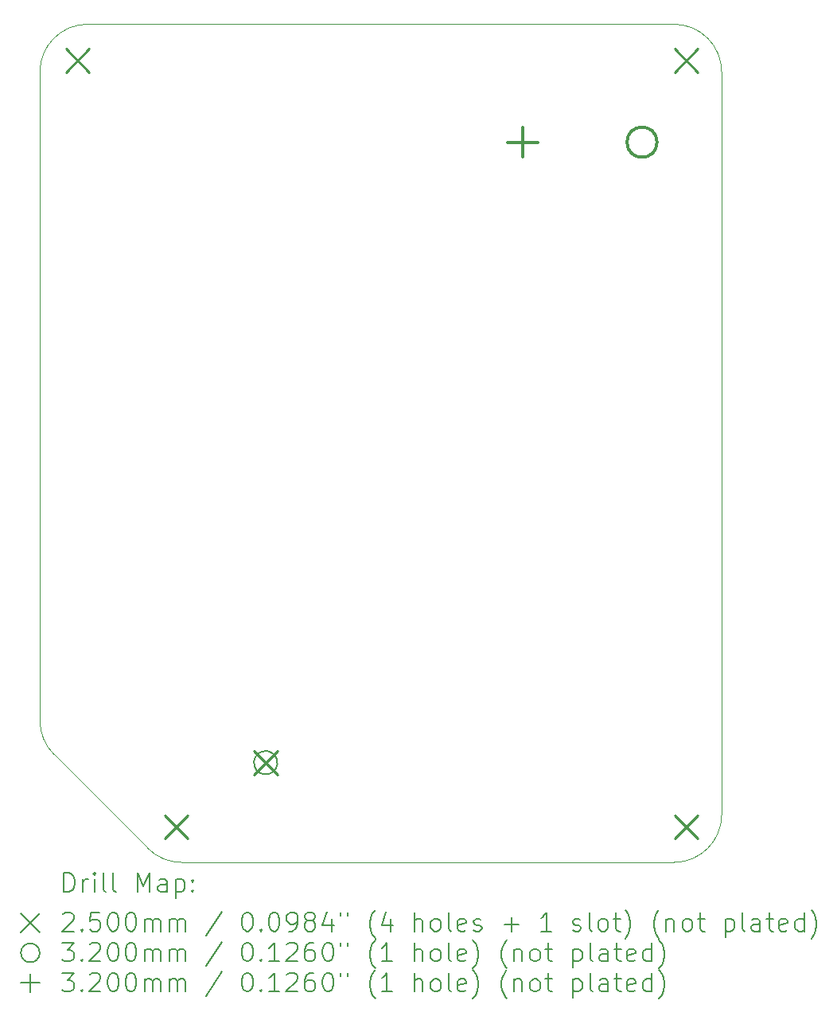
<source format=gbr>
%TF.GenerationSoftware,KiCad,Pcbnew,(6.0.7)*%
%TF.CreationDate,2023-06-14T22:42:02-05:00*%
%TF.ProjectId,ControlBoardT4_DFminiSound_PowerAmp,436f6e74-726f-46c4-926f-61726454345f,rev?*%
%TF.SameCoordinates,Original*%
%TF.FileFunction,Drillmap*%
%TF.FilePolarity,Positive*%
%FSLAX45Y45*%
G04 Gerber Fmt 4.5, Leading zero omitted, Abs format (unit mm)*
G04 Created by KiCad (PCBNEW (6.0.7)) date 2023-06-14 22:42:02*
%MOMM*%
%LPD*%
G01*
G04 APERTURE LIST*
%ADD10C,0.050000*%
%ADD11C,0.200000*%
%ADD12C,0.250000*%
%ADD13C,0.320000*%
G04 APERTURE END LIST*
D10*
X18075400Y-7391400D02*
G75*
G03*
X17567400Y-6883400I-508000J0D01*
G01*
X11328400Y-6883400D02*
X17567400Y-6883400D01*
X10820400Y-7391400D02*
X10820350Y-14287500D01*
X18075400Y-15287500D02*
X18075400Y-7391400D01*
X17567350Y-15795500D02*
G75*
G03*
X18075400Y-15287500I50J508000D01*
G01*
X10820350Y-14287500D02*
G75*
G03*
X10969140Y-14646710I508000J0D01*
G01*
X11328400Y-6883400D02*
G75*
G03*
X10820400Y-7391400I0J-508000D01*
G01*
X12328350Y-15795500D02*
X17567350Y-15795500D01*
X11969140Y-15646710D02*
G75*
G03*
X12328350Y-15795500I359210J359210D01*
G01*
X10969140Y-14646710D02*
X11969140Y-15646710D01*
D11*
D12*
X11095000Y-7145000D02*
X11345000Y-7395000D01*
X11345000Y-7145000D02*
X11095000Y-7395000D01*
X12145000Y-15295000D02*
X12395000Y-15545000D01*
X12395000Y-15295000D02*
X12145000Y-15545000D01*
X13097810Y-14610900D02*
X13347810Y-14860900D01*
X13347810Y-14610900D02*
X13097810Y-14860900D01*
D11*
X13102069Y-14768252D02*
X13102069Y-14768252D01*
X13343551Y-14703548D02*
X13343551Y-14703548D01*
X13102069Y-14768252D02*
G75*
G03*
X13343551Y-14703548I120741J32352D01*
G01*
X13343551Y-14703548D02*
G75*
G03*
X13102069Y-14768252I-120741J-32352D01*
G01*
D12*
X17575000Y-7145000D02*
X17825000Y-7395000D01*
X17825000Y-7145000D02*
X17575000Y-7395000D01*
X17575000Y-15295000D02*
X17825000Y-15545000D01*
X17825000Y-15295000D02*
X17575000Y-15545000D01*
D13*
X17387832Y-8137918D02*
G75*
G03*
X17387832Y-8137918I-160000J0D01*
G01*
X15957832Y-7977918D02*
X15957832Y-8297918D01*
X15797832Y-8137918D02*
X16117832Y-8137918D01*
D11*
X11075469Y-16108476D02*
X11075469Y-15908476D01*
X11123088Y-15908476D01*
X11151660Y-15918000D01*
X11170707Y-15937048D01*
X11180231Y-15956095D01*
X11189755Y-15994190D01*
X11189755Y-16022762D01*
X11180231Y-16060857D01*
X11170707Y-16079905D01*
X11151660Y-16098952D01*
X11123088Y-16108476D01*
X11075469Y-16108476D01*
X11275469Y-16108476D02*
X11275469Y-15975143D01*
X11275469Y-16013238D02*
X11284993Y-15994190D01*
X11294517Y-15984667D01*
X11313564Y-15975143D01*
X11332612Y-15975143D01*
X11399278Y-16108476D02*
X11399278Y-15975143D01*
X11399278Y-15908476D02*
X11389755Y-15918000D01*
X11399278Y-15927524D01*
X11408802Y-15918000D01*
X11399278Y-15908476D01*
X11399278Y-15927524D01*
X11523088Y-16108476D02*
X11504040Y-16098952D01*
X11494517Y-16079905D01*
X11494517Y-15908476D01*
X11627850Y-16108476D02*
X11608802Y-16098952D01*
X11599278Y-16079905D01*
X11599278Y-15908476D01*
X11856421Y-16108476D02*
X11856421Y-15908476D01*
X11923088Y-16051333D01*
X11989755Y-15908476D01*
X11989755Y-16108476D01*
X12170707Y-16108476D02*
X12170707Y-16003714D01*
X12161183Y-15984667D01*
X12142136Y-15975143D01*
X12104040Y-15975143D01*
X12084993Y-15984667D01*
X12170707Y-16098952D02*
X12151659Y-16108476D01*
X12104040Y-16108476D01*
X12084993Y-16098952D01*
X12075469Y-16079905D01*
X12075469Y-16060857D01*
X12084993Y-16041809D01*
X12104040Y-16032286D01*
X12151659Y-16032286D01*
X12170707Y-16022762D01*
X12265945Y-15975143D02*
X12265945Y-16175143D01*
X12265945Y-15984667D02*
X12284993Y-15975143D01*
X12323088Y-15975143D01*
X12342136Y-15984667D01*
X12351659Y-15994190D01*
X12361183Y-16013238D01*
X12361183Y-16070381D01*
X12351659Y-16089428D01*
X12342136Y-16098952D01*
X12323088Y-16108476D01*
X12284993Y-16108476D01*
X12265945Y-16098952D01*
X12446898Y-16089428D02*
X12456421Y-16098952D01*
X12446898Y-16108476D01*
X12437374Y-16098952D01*
X12446898Y-16089428D01*
X12446898Y-16108476D01*
X12446898Y-15984667D02*
X12456421Y-15994190D01*
X12446898Y-16003714D01*
X12437374Y-15994190D01*
X12446898Y-15984667D01*
X12446898Y-16003714D01*
X10617850Y-16338000D02*
X10817850Y-16538000D01*
X10817850Y-16338000D02*
X10617850Y-16538000D01*
X11065945Y-16347524D02*
X11075469Y-16338000D01*
X11094517Y-16328476D01*
X11142136Y-16328476D01*
X11161183Y-16338000D01*
X11170707Y-16347524D01*
X11180231Y-16366571D01*
X11180231Y-16385619D01*
X11170707Y-16414190D01*
X11056421Y-16528476D01*
X11180231Y-16528476D01*
X11265945Y-16509428D02*
X11275469Y-16518952D01*
X11265945Y-16528476D01*
X11256421Y-16518952D01*
X11265945Y-16509428D01*
X11265945Y-16528476D01*
X11456421Y-16328476D02*
X11361183Y-16328476D01*
X11351659Y-16423714D01*
X11361183Y-16414190D01*
X11380231Y-16404667D01*
X11427850Y-16404667D01*
X11446898Y-16414190D01*
X11456421Y-16423714D01*
X11465945Y-16442762D01*
X11465945Y-16490381D01*
X11456421Y-16509428D01*
X11446898Y-16518952D01*
X11427850Y-16528476D01*
X11380231Y-16528476D01*
X11361183Y-16518952D01*
X11351659Y-16509428D01*
X11589755Y-16328476D02*
X11608802Y-16328476D01*
X11627850Y-16338000D01*
X11637374Y-16347524D01*
X11646898Y-16366571D01*
X11656421Y-16404667D01*
X11656421Y-16452286D01*
X11646898Y-16490381D01*
X11637374Y-16509428D01*
X11627850Y-16518952D01*
X11608802Y-16528476D01*
X11589755Y-16528476D01*
X11570707Y-16518952D01*
X11561183Y-16509428D01*
X11551659Y-16490381D01*
X11542136Y-16452286D01*
X11542136Y-16404667D01*
X11551659Y-16366571D01*
X11561183Y-16347524D01*
X11570707Y-16338000D01*
X11589755Y-16328476D01*
X11780231Y-16328476D02*
X11799278Y-16328476D01*
X11818326Y-16338000D01*
X11827850Y-16347524D01*
X11837374Y-16366571D01*
X11846898Y-16404667D01*
X11846898Y-16452286D01*
X11837374Y-16490381D01*
X11827850Y-16509428D01*
X11818326Y-16518952D01*
X11799278Y-16528476D01*
X11780231Y-16528476D01*
X11761183Y-16518952D01*
X11751659Y-16509428D01*
X11742136Y-16490381D01*
X11732612Y-16452286D01*
X11732612Y-16404667D01*
X11742136Y-16366571D01*
X11751659Y-16347524D01*
X11761183Y-16338000D01*
X11780231Y-16328476D01*
X11932612Y-16528476D02*
X11932612Y-16395143D01*
X11932612Y-16414190D02*
X11942136Y-16404667D01*
X11961183Y-16395143D01*
X11989755Y-16395143D01*
X12008802Y-16404667D01*
X12018326Y-16423714D01*
X12018326Y-16528476D01*
X12018326Y-16423714D02*
X12027850Y-16404667D01*
X12046898Y-16395143D01*
X12075469Y-16395143D01*
X12094517Y-16404667D01*
X12104040Y-16423714D01*
X12104040Y-16528476D01*
X12199278Y-16528476D02*
X12199278Y-16395143D01*
X12199278Y-16414190D02*
X12208802Y-16404667D01*
X12227850Y-16395143D01*
X12256421Y-16395143D01*
X12275469Y-16404667D01*
X12284993Y-16423714D01*
X12284993Y-16528476D01*
X12284993Y-16423714D02*
X12294517Y-16404667D01*
X12313564Y-16395143D01*
X12342136Y-16395143D01*
X12361183Y-16404667D01*
X12370707Y-16423714D01*
X12370707Y-16528476D01*
X12761183Y-16318952D02*
X12589755Y-16576095D01*
X13018326Y-16328476D02*
X13037374Y-16328476D01*
X13056421Y-16338000D01*
X13065945Y-16347524D01*
X13075469Y-16366571D01*
X13084993Y-16404667D01*
X13084993Y-16452286D01*
X13075469Y-16490381D01*
X13065945Y-16509428D01*
X13056421Y-16518952D01*
X13037374Y-16528476D01*
X13018326Y-16528476D01*
X12999278Y-16518952D01*
X12989755Y-16509428D01*
X12980231Y-16490381D01*
X12970707Y-16452286D01*
X12970707Y-16404667D01*
X12980231Y-16366571D01*
X12989755Y-16347524D01*
X12999278Y-16338000D01*
X13018326Y-16328476D01*
X13170707Y-16509428D02*
X13180231Y-16518952D01*
X13170707Y-16528476D01*
X13161183Y-16518952D01*
X13170707Y-16509428D01*
X13170707Y-16528476D01*
X13304040Y-16328476D02*
X13323088Y-16328476D01*
X13342136Y-16338000D01*
X13351659Y-16347524D01*
X13361183Y-16366571D01*
X13370707Y-16404667D01*
X13370707Y-16452286D01*
X13361183Y-16490381D01*
X13351659Y-16509428D01*
X13342136Y-16518952D01*
X13323088Y-16528476D01*
X13304040Y-16528476D01*
X13284993Y-16518952D01*
X13275469Y-16509428D01*
X13265945Y-16490381D01*
X13256421Y-16452286D01*
X13256421Y-16404667D01*
X13265945Y-16366571D01*
X13275469Y-16347524D01*
X13284993Y-16338000D01*
X13304040Y-16328476D01*
X13465945Y-16528476D02*
X13504040Y-16528476D01*
X13523088Y-16518952D01*
X13532612Y-16509428D01*
X13551659Y-16480857D01*
X13561183Y-16442762D01*
X13561183Y-16366571D01*
X13551659Y-16347524D01*
X13542136Y-16338000D01*
X13523088Y-16328476D01*
X13484993Y-16328476D01*
X13465945Y-16338000D01*
X13456421Y-16347524D01*
X13446898Y-16366571D01*
X13446898Y-16414190D01*
X13456421Y-16433238D01*
X13465945Y-16442762D01*
X13484993Y-16452286D01*
X13523088Y-16452286D01*
X13542136Y-16442762D01*
X13551659Y-16433238D01*
X13561183Y-16414190D01*
X13675469Y-16414190D02*
X13656421Y-16404667D01*
X13646898Y-16395143D01*
X13637374Y-16376095D01*
X13637374Y-16366571D01*
X13646898Y-16347524D01*
X13656421Y-16338000D01*
X13675469Y-16328476D01*
X13713564Y-16328476D01*
X13732612Y-16338000D01*
X13742136Y-16347524D01*
X13751659Y-16366571D01*
X13751659Y-16376095D01*
X13742136Y-16395143D01*
X13732612Y-16404667D01*
X13713564Y-16414190D01*
X13675469Y-16414190D01*
X13656421Y-16423714D01*
X13646898Y-16433238D01*
X13637374Y-16452286D01*
X13637374Y-16490381D01*
X13646898Y-16509428D01*
X13656421Y-16518952D01*
X13675469Y-16528476D01*
X13713564Y-16528476D01*
X13732612Y-16518952D01*
X13742136Y-16509428D01*
X13751659Y-16490381D01*
X13751659Y-16452286D01*
X13742136Y-16433238D01*
X13732612Y-16423714D01*
X13713564Y-16414190D01*
X13923088Y-16395143D02*
X13923088Y-16528476D01*
X13875469Y-16318952D02*
X13827850Y-16461809D01*
X13951659Y-16461809D01*
X14018326Y-16328476D02*
X14018326Y-16366571D01*
X14094517Y-16328476D02*
X14094517Y-16366571D01*
X14389755Y-16604667D02*
X14380231Y-16595143D01*
X14361183Y-16566571D01*
X14351659Y-16547524D01*
X14342136Y-16518952D01*
X14332612Y-16471333D01*
X14332612Y-16433238D01*
X14342136Y-16385619D01*
X14351659Y-16357048D01*
X14361183Y-16338000D01*
X14380231Y-16309428D01*
X14389755Y-16299905D01*
X14551659Y-16395143D02*
X14551659Y-16528476D01*
X14504040Y-16318952D02*
X14456421Y-16461809D01*
X14580231Y-16461809D01*
X14808802Y-16528476D02*
X14808802Y-16328476D01*
X14894517Y-16528476D02*
X14894517Y-16423714D01*
X14884993Y-16404667D01*
X14865945Y-16395143D01*
X14837374Y-16395143D01*
X14818326Y-16404667D01*
X14808802Y-16414190D01*
X15018326Y-16528476D02*
X14999278Y-16518952D01*
X14989755Y-16509428D01*
X14980231Y-16490381D01*
X14980231Y-16433238D01*
X14989755Y-16414190D01*
X14999278Y-16404667D01*
X15018326Y-16395143D01*
X15046898Y-16395143D01*
X15065945Y-16404667D01*
X15075469Y-16414190D01*
X15084993Y-16433238D01*
X15084993Y-16490381D01*
X15075469Y-16509428D01*
X15065945Y-16518952D01*
X15046898Y-16528476D01*
X15018326Y-16528476D01*
X15199278Y-16528476D02*
X15180231Y-16518952D01*
X15170707Y-16499905D01*
X15170707Y-16328476D01*
X15351659Y-16518952D02*
X15332612Y-16528476D01*
X15294517Y-16528476D01*
X15275469Y-16518952D01*
X15265945Y-16499905D01*
X15265945Y-16423714D01*
X15275469Y-16404667D01*
X15294517Y-16395143D01*
X15332612Y-16395143D01*
X15351659Y-16404667D01*
X15361183Y-16423714D01*
X15361183Y-16442762D01*
X15265945Y-16461809D01*
X15437374Y-16518952D02*
X15456421Y-16528476D01*
X15494517Y-16528476D01*
X15513564Y-16518952D01*
X15523088Y-16499905D01*
X15523088Y-16490381D01*
X15513564Y-16471333D01*
X15494517Y-16461809D01*
X15465945Y-16461809D01*
X15446898Y-16452286D01*
X15437374Y-16433238D01*
X15437374Y-16423714D01*
X15446898Y-16404667D01*
X15465945Y-16395143D01*
X15494517Y-16395143D01*
X15513564Y-16404667D01*
X15761183Y-16452286D02*
X15913564Y-16452286D01*
X15837374Y-16528476D02*
X15837374Y-16376095D01*
X16265945Y-16528476D02*
X16151659Y-16528476D01*
X16208802Y-16528476D02*
X16208802Y-16328476D01*
X16189755Y-16357048D01*
X16170707Y-16376095D01*
X16151659Y-16385619D01*
X16494517Y-16518952D02*
X16513564Y-16528476D01*
X16551659Y-16528476D01*
X16570707Y-16518952D01*
X16580231Y-16499905D01*
X16580231Y-16490381D01*
X16570707Y-16471333D01*
X16551659Y-16461809D01*
X16523088Y-16461809D01*
X16504040Y-16452286D01*
X16494517Y-16433238D01*
X16494517Y-16423714D01*
X16504040Y-16404667D01*
X16523088Y-16395143D01*
X16551659Y-16395143D01*
X16570707Y-16404667D01*
X16694517Y-16528476D02*
X16675469Y-16518952D01*
X16665945Y-16499905D01*
X16665945Y-16328476D01*
X16799279Y-16528476D02*
X16780231Y-16518952D01*
X16770707Y-16509428D01*
X16761183Y-16490381D01*
X16761183Y-16433238D01*
X16770707Y-16414190D01*
X16780231Y-16404667D01*
X16799279Y-16395143D01*
X16827850Y-16395143D01*
X16846898Y-16404667D01*
X16856421Y-16414190D01*
X16865945Y-16433238D01*
X16865945Y-16490381D01*
X16856421Y-16509428D01*
X16846898Y-16518952D01*
X16827850Y-16528476D01*
X16799279Y-16528476D01*
X16923088Y-16395143D02*
X16999279Y-16395143D01*
X16951660Y-16328476D02*
X16951660Y-16499905D01*
X16961183Y-16518952D01*
X16980231Y-16528476D01*
X16999279Y-16528476D01*
X17046898Y-16604667D02*
X17056421Y-16595143D01*
X17075469Y-16566571D01*
X17084993Y-16547524D01*
X17094517Y-16518952D01*
X17104040Y-16471333D01*
X17104040Y-16433238D01*
X17094517Y-16385619D01*
X17084993Y-16357048D01*
X17075469Y-16338000D01*
X17056421Y-16309428D01*
X17046898Y-16299905D01*
X17408802Y-16604667D02*
X17399279Y-16595143D01*
X17380231Y-16566571D01*
X17370707Y-16547524D01*
X17361183Y-16518952D01*
X17351660Y-16471333D01*
X17351660Y-16433238D01*
X17361183Y-16385619D01*
X17370707Y-16357048D01*
X17380231Y-16338000D01*
X17399279Y-16309428D01*
X17408802Y-16299905D01*
X17484993Y-16395143D02*
X17484993Y-16528476D01*
X17484993Y-16414190D02*
X17494517Y-16404667D01*
X17513564Y-16395143D01*
X17542136Y-16395143D01*
X17561183Y-16404667D01*
X17570707Y-16423714D01*
X17570707Y-16528476D01*
X17694517Y-16528476D02*
X17675469Y-16518952D01*
X17665945Y-16509428D01*
X17656421Y-16490381D01*
X17656421Y-16433238D01*
X17665945Y-16414190D01*
X17675469Y-16404667D01*
X17694517Y-16395143D01*
X17723088Y-16395143D01*
X17742136Y-16404667D01*
X17751660Y-16414190D01*
X17761183Y-16433238D01*
X17761183Y-16490381D01*
X17751660Y-16509428D01*
X17742136Y-16518952D01*
X17723088Y-16528476D01*
X17694517Y-16528476D01*
X17818326Y-16395143D02*
X17894517Y-16395143D01*
X17846898Y-16328476D02*
X17846898Y-16499905D01*
X17856421Y-16518952D01*
X17875469Y-16528476D01*
X17894517Y-16528476D01*
X18113564Y-16395143D02*
X18113564Y-16595143D01*
X18113564Y-16404667D02*
X18132612Y-16395143D01*
X18170707Y-16395143D01*
X18189755Y-16404667D01*
X18199279Y-16414190D01*
X18208802Y-16433238D01*
X18208802Y-16490381D01*
X18199279Y-16509428D01*
X18189755Y-16518952D01*
X18170707Y-16528476D01*
X18132612Y-16528476D01*
X18113564Y-16518952D01*
X18323088Y-16528476D02*
X18304040Y-16518952D01*
X18294517Y-16499905D01*
X18294517Y-16328476D01*
X18484993Y-16528476D02*
X18484993Y-16423714D01*
X18475469Y-16404667D01*
X18456421Y-16395143D01*
X18418326Y-16395143D01*
X18399279Y-16404667D01*
X18484993Y-16518952D02*
X18465945Y-16528476D01*
X18418326Y-16528476D01*
X18399279Y-16518952D01*
X18389755Y-16499905D01*
X18389755Y-16480857D01*
X18399279Y-16461809D01*
X18418326Y-16452286D01*
X18465945Y-16452286D01*
X18484993Y-16442762D01*
X18551660Y-16395143D02*
X18627850Y-16395143D01*
X18580231Y-16328476D02*
X18580231Y-16499905D01*
X18589755Y-16518952D01*
X18608802Y-16528476D01*
X18627850Y-16528476D01*
X18770707Y-16518952D02*
X18751660Y-16528476D01*
X18713564Y-16528476D01*
X18694517Y-16518952D01*
X18684993Y-16499905D01*
X18684993Y-16423714D01*
X18694517Y-16404667D01*
X18713564Y-16395143D01*
X18751660Y-16395143D01*
X18770707Y-16404667D01*
X18780231Y-16423714D01*
X18780231Y-16442762D01*
X18684993Y-16461809D01*
X18951660Y-16528476D02*
X18951660Y-16328476D01*
X18951660Y-16518952D02*
X18932612Y-16528476D01*
X18894517Y-16528476D01*
X18875469Y-16518952D01*
X18865945Y-16509428D01*
X18856421Y-16490381D01*
X18856421Y-16433238D01*
X18865945Y-16414190D01*
X18875469Y-16404667D01*
X18894517Y-16395143D01*
X18932612Y-16395143D01*
X18951660Y-16404667D01*
X19027850Y-16604667D02*
X19037374Y-16595143D01*
X19056421Y-16566571D01*
X19065945Y-16547524D01*
X19075469Y-16518952D01*
X19084993Y-16471333D01*
X19084993Y-16433238D01*
X19075469Y-16385619D01*
X19065945Y-16357048D01*
X19056421Y-16338000D01*
X19037374Y-16309428D01*
X19027850Y-16299905D01*
X10817850Y-16758000D02*
G75*
G03*
X10817850Y-16758000I-100000J0D01*
G01*
X11056421Y-16648476D02*
X11180231Y-16648476D01*
X11113564Y-16724667D01*
X11142136Y-16724667D01*
X11161183Y-16734190D01*
X11170707Y-16743714D01*
X11180231Y-16762762D01*
X11180231Y-16810381D01*
X11170707Y-16829429D01*
X11161183Y-16838952D01*
X11142136Y-16848476D01*
X11084993Y-16848476D01*
X11065945Y-16838952D01*
X11056421Y-16829429D01*
X11265945Y-16829429D02*
X11275469Y-16838952D01*
X11265945Y-16848476D01*
X11256421Y-16838952D01*
X11265945Y-16829429D01*
X11265945Y-16848476D01*
X11351659Y-16667524D02*
X11361183Y-16658000D01*
X11380231Y-16648476D01*
X11427850Y-16648476D01*
X11446898Y-16658000D01*
X11456421Y-16667524D01*
X11465945Y-16686571D01*
X11465945Y-16705619D01*
X11456421Y-16734190D01*
X11342136Y-16848476D01*
X11465945Y-16848476D01*
X11589755Y-16648476D02*
X11608802Y-16648476D01*
X11627850Y-16658000D01*
X11637374Y-16667524D01*
X11646898Y-16686571D01*
X11656421Y-16724667D01*
X11656421Y-16772286D01*
X11646898Y-16810381D01*
X11637374Y-16829429D01*
X11627850Y-16838952D01*
X11608802Y-16848476D01*
X11589755Y-16848476D01*
X11570707Y-16838952D01*
X11561183Y-16829429D01*
X11551659Y-16810381D01*
X11542136Y-16772286D01*
X11542136Y-16724667D01*
X11551659Y-16686571D01*
X11561183Y-16667524D01*
X11570707Y-16658000D01*
X11589755Y-16648476D01*
X11780231Y-16648476D02*
X11799278Y-16648476D01*
X11818326Y-16658000D01*
X11827850Y-16667524D01*
X11837374Y-16686571D01*
X11846898Y-16724667D01*
X11846898Y-16772286D01*
X11837374Y-16810381D01*
X11827850Y-16829429D01*
X11818326Y-16838952D01*
X11799278Y-16848476D01*
X11780231Y-16848476D01*
X11761183Y-16838952D01*
X11751659Y-16829429D01*
X11742136Y-16810381D01*
X11732612Y-16772286D01*
X11732612Y-16724667D01*
X11742136Y-16686571D01*
X11751659Y-16667524D01*
X11761183Y-16658000D01*
X11780231Y-16648476D01*
X11932612Y-16848476D02*
X11932612Y-16715143D01*
X11932612Y-16734190D02*
X11942136Y-16724667D01*
X11961183Y-16715143D01*
X11989755Y-16715143D01*
X12008802Y-16724667D01*
X12018326Y-16743714D01*
X12018326Y-16848476D01*
X12018326Y-16743714D02*
X12027850Y-16724667D01*
X12046898Y-16715143D01*
X12075469Y-16715143D01*
X12094517Y-16724667D01*
X12104040Y-16743714D01*
X12104040Y-16848476D01*
X12199278Y-16848476D02*
X12199278Y-16715143D01*
X12199278Y-16734190D02*
X12208802Y-16724667D01*
X12227850Y-16715143D01*
X12256421Y-16715143D01*
X12275469Y-16724667D01*
X12284993Y-16743714D01*
X12284993Y-16848476D01*
X12284993Y-16743714D02*
X12294517Y-16724667D01*
X12313564Y-16715143D01*
X12342136Y-16715143D01*
X12361183Y-16724667D01*
X12370707Y-16743714D01*
X12370707Y-16848476D01*
X12761183Y-16638952D02*
X12589755Y-16896095D01*
X13018326Y-16648476D02*
X13037374Y-16648476D01*
X13056421Y-16658000D01*
X13065945Y-16667524D01*
X13075469Y-16686571D01*
X13084993Y-16724667D01*
X13084993Y-16772286D01*
X13075469Y-16810381D01*
X13065945Y-16829429D01*
X13056421Y-16838952D01*
X13037374Y-16848476D01*
X13018326Y-16848476D01*
X12999278Y-16838952D01*
X12989755Y-16829429D01*
X12980231Y-16810381D01*
X12970707Y-16772286D01*
X12970707Y-16724667D01*
X12980231Y-16686571D01*
X12989755Y-16667524D01*
X12999278Y-16658000D01*
X13018326Y-16648476D01*
X13170707Y-16829429D02*
X13180231Y-16838952D01*
X13170707Y-16848476D01*
X13161183Y-16838952D01*
X13170707Y-16829429D01*
X13170707Y-16848476D01*
X13370707Y-16848476D02*
X13256421Y-16848476D01*
X13313564Y-16848476D02*
X13313564Y-16648476D01*
X13294517Y-16677048D01*
X13275469Y-16696095D01*
X13256421Y-16705619D01*
X13446898Y-16667524D02*
X13456421Y-16658000D01*
X13475469Y-16648476D01*
X13523088Y-16648476D01*
X13542136Y-16658000D01*
X13551659Y-16667524D01*
X13561183Y-16686571D01*
X13561183Y-16705619D01*
X13551659Y-16734190D01*
X13437374Y-16848476D01*
X13561183Y-16848476D01*
X13732612Y-16648476D02*
X13694517Y-16648476D01*
X13675469Y-16658000D01*
X13665945Y-16667524D01*
X13646898Y-16696095D01*
X13637374Y-16734190D01*
X13637374Y-16810381D01*
X13646898Y-16829429D01*
X13656421Y-16838952D01*
X13675469Y-16848476D01*
X13713564Y-16848476D01*
X13732612Y-16838952D01*
X13742136Y-16829429D01*
X13751659Y-16810381D01*
X13751659Y-16762762D01*
X13742136Y-16743714D01*
X13732612Y-16734190D01*
X13713564Y-16724667D01*
X13675469Y-16724667D01*
X13656421Y-16734190D01*
X13646898Y-16743714D01*
X13637374Y-16762762D01*
X13875469Y-16648476D02*
X13894517Y-16648476D01*
X13913564Y-16658000D01*
X13923088Y-16667524D01*
X13932612Y-16686571D01*
X13942136Y-16724667D01*
X13942136Y-16772286D01*
X13932612Y-16810381D01*
X13923088Y-16829429D01*
X13913564Y-16838952D01*
X13894517Y-16848476D01*
X13875469Y-16848476D01*
X13856421Y-16838952D01*
X13846898Y-16829429D01*
X13837374Y-16810381D01*
X13827850Y-16772286D01*
X13827850Y-16724667D01*
X13837374Y-16686571D01*
X13846898Y-16667524D01*
X13856421Y-16658000D01*
X13875469Y-16648476D01*
X14018326Y-16648476D02*
X14018326Y-16686571D01*
X14094517Y-16648476D02*
X14094517Y-16686571D01*
X14389755Y-16924667D02*
X14380231Y-16915143D01*
X14361183Y-16886571D01*
X14351659Y-16867524D01*
X14342136Y-16838952D01*
X14332612Y-16791333D01*
X14332612Y-16753238D01*
X14342136Y-16705619D01*
X14351659Y-16677048D01*
X14361183Y-16658000D01*
X14380231Y-16629428D01*
X14389755Y-16619905D01*
X14570707Y-16848476D02*
X14456421Y-16848476D01*
X14513564Y-16848476D02*
X14513564Y-16648476D01*
X14494517Y-16677048D01*
X14475469Y-16696095D01*
X14456421Y-16705619D01*
X14808802Y-16848476D02*
X14808802Y-16648476D01*
X14894517Y-16848476D02*
X14894517Y-16743714D01*
X14884993Y-16724667D01*
X14865945Y-16715143D01*
X14837374Y-16715143D01*
X14818326Y-16724667D01*
X14808802Y-16734190D01*
X15018326Y-16848476D02*
X14999278Y-16838952D01*
X14989755Y-16829429D01*
X14980231Y-16810381D01*
X14980231Y-16753238D01*
X14989755Y-16734190D01*
X14999278Y-16724667D01*
X15018326Y-16715143D01*
X15046898Y-16715143D01*
X15065945Y-16724667D01*
X15075469Y-16734190D01*
X15084993Y-16753238D01*
X15084993Y-16810381D01*
X15075469Y-16829429D01*
X15065945Y-16838952D01*
X15046898Y-16848476D01*
X15018326Y-16848476D01*
X15199278Y-16848476D02*
X15180231Y-16838952D01*
X15170707Y-16819905D01*
X15170707Y-16648476D01*
X15351659Y-16838952D02*
X15332612Y-16848476D01*
X15294517Y-16848476D01*
X15275469Y-16838952D01*
X15265945Y-16819905D01*
X15265945Y-16743714D01*
X15275469Y-16724667D01*
X15294517Y-16715143D01*
X15332612Y-16715143D01*
X15351659Y-16724667D01*
X15361183Y-16743714D01*
X15361183Y-16762762D01*
X15265945Y-16781810D01*
X15427850Y-16924667D02*
X15437374Y-16915143D01*
X15456421Y-16886571D01*
X15465945Y-16867524D01*
X15475469Y-16838952D01*
X15484993Y-16791333D01*
X15484993Y-16753238D01*
X15475469Y-16705619D01*
X15465945Y-16677048D01*
X15456421Y-16658000D01*
X15437374Y-16629428D01*
X15427850Y-16619905D01*
X15789755Y-16924667D02*
X15780231Y-16915143D01*
X15761183Y-16886571D01*
X15751659Y-16867524D01*
X15742136Y-16838952D01*
X15732612Y-16791333D01*
X15732612Y-16753238D01*
X15742136Y-16705619D01*
X15751659Y-16677048D01*
X15761183Y-16658000D01*
X15780231Y-16629428D01*
X15789755Y-16619905D01*
X15865945Y-16715143D02*
X15865945Y-16848476D01*
X15865945Y-16734190D02*
X15875469Y-16724667D01*
X15894517Y-16715143D01*
X15923088Y-16715143D01*
X15942136Y-16724667D01*
X15951659Y-16743714D01*
X15951659Y-16848476D01*
X16075469Y-16848476D02*
X16056421Y-16838952D01*
X16046898Y-16829429D01*
X16037374Y-16810381D01*
X16037374Y-16753238D01*
X16046898Y-16734190D01*
X16056421Y-16724667D01*
X16075469Y-16715143D01*
X16104040Y-16715143D01*
X16123088Y-16724667D01*
X16132612Y-16734190D01*
X16142136Y-16753238D01*
X16142136Y-16810381D01*
X16132612Y-16829429D01*
X16123088Y-16838952D01*
X16104040Y-16848476D01*
X16075469Y-16848476D01*
X16199278Y-16715143D02*
X16275469Y-16715143D01*
X16227850Y-16648476D02*
X16227850Y-16819905D01*
X16237374Y-16838952D01*
X16256421Y-16848476D01*
X16275469Y-16848476D01*
X16494517Y-16715143D02*
X16494517Y-16915143D01*
X16494517Y-16724667D02*
X16513564Y-16715143D01*
X16551659Y-16715143D01*
X16570707Y-16724667D01*
X16580231Y-16734190D01*
X16589755Y-16753238D01*
X16589755Y-16810381D01*
X16580231Y-16829429D01*
X16570707Y-16838952D01*
X16551659Y-16848476D01*
X16513564Y-16848476D01*
X16494517Y-16838952D01*
X16704040Y-16848476D02*
X16684993Y-16838952D01*
X16675469Y-16819905D01*
X16675469Y-16648476D01*
X16865945Y-16848476D02*
X16865945Y-16743714D01*
X16856421Y-16724667D01*
X16837374Y-16715143D01*
X16799279Y-16715143D01*
X16780231Y-16724667D01*
X16865945Y-16838952D02*
X16846898Y-16848476D01*
X16799279Y-16848476D01*
X16780231Y-16838952D01*
X16770707Y-16819905D01*
X16770707Y-16800857D01*
X16780231Y-16781810D01*
X16799279Y-16772286D01*
X16846898Y-16772286D01*
X16865945Y-16762762D01*
X16932612Y-16715143D02*
X17008802Y-16715143D01*
X16961183Y-16648476D02*
X16961183Y-16819905D01*
X16970707Y-16838952D01*
X16989755Y-16848476D01*
X17008802Y-16848476D01*
X17151660Y-16838952D02*
X17132612Y-16848476D01*
X17094517Y-16848476D01*
X17075469Y-16838952D01*
X17065945Y-16819905D01*
X17065945Y-16743714D01*
X17075469Y-16724667D01*
X17094517Y-16715143D01*
X17132612Y-16715143D01*
X17151660Y-16724667D01*
X17161183Y-16743714D01*
X17161183Y-16762762D01*
X17065945Y-16781810D01*
X17332612Y-16848476D02*
X17332612Y-16648476D01*
X17332612Y-16838952D02*
X17313564Y-16848476D01*
X17275469Y-16848476D01*
X17256421Y-16838952D01*
X17246898Y-16829429D01*
X17237374Y-16810381D01*
X17237374Y-16753238D01*
X17246898Y-16734190D01*
X17256421Y-16724667D01*
X17275469Y-16715143D01*
X17313564Y-16715143D01*
X17332612Y-16724667D01*
X17408802Y-16924667D02*
X17418326Y-16915143D01*
X17437374Y-16886571D01*
X17446898Y-16867524D01*
X17456421Y-16838952D01*
X17465945Y-16791333D01*
X17465945Y-16753238D01*
X17456421Y-16705619D01*
X17446898Y-16677048D01*
X17437374Y-16658000D01*
X17418326Y-16629428D01*
X17408802Y-16619905D01*
X10717850Y-16978000D02*
X10717850Y-17178000D01*
X10617850Y-17078000D02*
X10817850Y-17078000D01*
X11056421Y-16968476D02*
X11180231Y-16968476D01*
X11113564Y-17044667D01*
X11142136Y-17044667D01*
X11161183Y-17054190D01*
X11170707Y-17063714D01*
X11180231Y-17082762D01*
X11180231Y-17130381D01*
X11170707Y-17149429D01*
X11161183Y-17158952D01*
X11142136Y-17168476D01*
X11084993Y-17168476D01*
X11065945Y-17158952D01*
X11056421Y-17149429D01*
X11265945Y-17149429D02*
X11275469Y-17158952D01*
X11265945Y-17168476D01*
X11256421Y-17158952D01*
X11265945Y-17149429D01*
X11265945Y-17168476D01*
X11351659Y-16987524D02*
X11361183Y-16978000D01*
X11380231Y-16968476D01*
X11427850Y-16968476D01*
X11446898Y-16978000D01*
X11456421Y-16987524D01*
X11465945Y-17006571D01*
X11465945Y-17025619D01*
X11456421Y-17054190D01*
X11342136Y-17168476D01*
X11465945Y-17168476D01*
X11589755Y-16968476D02*
X11608802Y-16968476D01*
X11627850Y-16978000D01*
X11637374Y-16987524D01*
X11646898Y-17006571D01*
X11656421Y-17044667D01*
X11656421Y-17092286D01*
X11646898Y-17130381D01*
X11637374Y-17149429D01*
X11627850Y-17158952D01*
X11608802Y-17168476D01*
X11589755Y-17168476D01*
X11570707Y-17158952D01*
X11561183Y-17149429D01*
X11551659Y-17130381D01*
X11542136Y-17092286D01*
X11542136Y-17044667D01*
X11551659Y-17006571D01*
X11561183Y-16987524D01*
X11570707Y-16978000D01*
X11589755Y-16968476D01*
X11780231Y-16968476D02*
X11799278Y-16968476D01*
X11818326Y-16978000D01*
X11827850Y-16987524D01*
X11837374Y-17006571D01*
X11846898Y-17044667D01*
X11846898Y-17092286D01*
X11837374Y-17130381D01*
X11827850Y-17149429D01*
X11818326Y-17158952D01*
X11799278Y-17168476D01*
X11780231Y-17168476D01*
X11761183Y-17158952D01*
X11751659Y-17149429D01*
X11742136Y-17130381D01*
X11732612Y-17092286D01*
X11732612Y-17044667D01*
X11742136Y-17006571D01*
X11751659Y-16987524D01*
X11761183Y-16978000D01*
X11780231Y-16968476D01*
X11932612Y-17168476D02*
X11932612Y-17035143D01*
X11932612Y-17054190D02*
X11942136Y-17044667D01*
X11961183Y-17035143D01*
X11989755Y-17035143D01*
X12008802Y-17044667D01*
X12018326Y-17063714D01*
X12018326Y-17168476D01*
X12018326Y-17063714D02*
X12027850Y-17044667D01*
X12046898Y-17035143D01*
X12075469Y-17035143D01*
X12094517Y-17044667D01*
X12104040Y-17063714D01*
X12104040Y-17168476D01*
X12199278Y-17168476D02*
X12199278Y-17035143D01*
X12199278Y-17054190D02*
X12208802Y-17044667D01*
X12227850Y-17035143D01*
X12256421Y-17035143D01*
X12275469Y-17044667D01*
X12284993Y-17063714D01*
X12284993Y-17168476D01*
X12284993Y-17063714D02*
X12294517Y-17044667D01*
X12313564Y-17035143D01*
X12342136Y-17035143D01*
X12361183Y-17044667D01*
X12370707Y-17063714D01*
X12370707Y-17168476D01*
X12761183Y-16958952D02*
X12589755Y-17216095D01*
X13018326Y-16968476D02*
X13037374Y-16968476D01*
X13056421Y-16978000D01*
X13065945Y-16987524D01*
X13075469Y-17006571D01*
X13084993Y-17044667D01*
X13084993Y-17092286D01*
X13075469Y-17130381D01*
X13065945Y-17149429D01*
X13056421Y-17158952D01*
X13037374Y-17168476D01*
X13018326Y-17168476D01*
X12999278Y-17158952D01*
X12989755Y-17149429D01*
X12980231Y-17130381D01*
X12970707Y-17092286D01*
X12970707Y-17044667D01*
X12980231Y-17006571D01*
X12989755Y-16987524D01*
X12999278Y-16978000D01*
X13018326Y-16968476D01*
X13170707Y-17149429D02*
X13180231Y-17158952D01*
X13170707Y-17168476D01*
X13161183Y-17158952D01*
X13170707Y-17149429D01*
X13170707Y-17168476D01*
X13370707Y-17168476D02*
X13256421Y-17168476D01*
X13313564Y-17168476D02*
X13313564Y-16968476D01*
X13294517Y-16997048D01*
X13275469Y-17016095D01*
X13256421Y-17025619D01*
X13446898Y-16987524D02*
X13456421Y-16978000D01*
X13475469Y-16968476D01*
X13523088Y-16968476D01*
X13542136Y-16978000D01*
X13551659Y-16987524D01*
X13561183Y-17006571D01*
X13561183Y-17025619D01*
X13551659Y-17054190D01*
X13437374Y-17168476D01*
X13561183Y-17168476D01*
X13732612Y-16968476D02*
X13694517Y-16968476D01*
X13675469Y-16978000D01*
X13665945Y-16987524D01*
X13646898Y-17016095D01*
X13637374Y-17054190D01*
X13637374Y-17130381D01*
X13646898Y-17149429D01*
X13656421Y-17158952D01*
X13675469Y-17168476D01*
X13713564Y-17168476D01*
X13732612Y-17158952D01*
X13742136Y-17149429D01*
X13751659Y-17130381D01*
X13751659Y-17082762D01*
X13742136Y-17063714D01*
X13732612Y-17054190D01*
X13713564Y-17044667D01*
X13675469Y-17044667D01*
X13656421Y-17054190D01*
X13646898Y-17063714D01*
X13637374Y-17082762D01*
X13875469Y-16968476D02*
X13894517Y-16968476D01*
X13913564Y-16978000D01*
X13923088Y-16987524D01*
X13932612Y-17006571D01*
X13942136Y-17044667D01*
X13942136Y-17092286D01*
X13932612Y-17130381D01*
X13923088Y-17149429D01*
X13913564Y-17158952D01*
X13894517Y-17168476D01*
X13875469Y-17168476D01*
X13856421Y-17158952D01*
X13846898Y-17149429D01*
X13837374Y-17130381D01*
X13827850Y-17092286D01*
X13827850Y-17044667D01*
X13837374Y-17006571D01*
X13846898Y-16987524D01*
X13856421Y-16978000D01*
X13875469Y-16968476D01*
X14018326Y-16968476D02*
X14018326Y-17006571D01*
X14094517Y-16968476D02*
X14094517Y-17006571D01*
X14389755Y-17244667D02*
X14380231Y-17235143D01*
X14361183Y-17206571D01*
X14351659Y-17187524D01*
X14342136Y-17158952D01*
X14332612Y-17111333D01*
X14332612Y-17073238D01*
X14342136Y-17025619D01*
X14351659Y-16997048D01*
X14361183Y-16978000D01*
X14380231Y-16949429D01*
X14389755Y-16939905D01*
X14570707Y-17168476D02*
X14456421Y-17168476D01*
X14513564Y-17168476D02*
X14513564Y-16968476D01*
X14494517Y-16997048D01*
X14475469Y-17016095D01*
X14456421Y-17025619D01*
X14808802Y-17168476D02*
X14808802Y-16968476D01*
X14894517Y-17168476D02*
X14894517Y-17063714D01*
X14884993Y-17044667D01*
X14865945Y-17035143D01*
X14837374Y-17035143D01*
X14818326Y-17044667D01*
X14808802Y-17054190D01*
X15018326Y-17168476D02*
X14999278Y-17158952D01*
X14989755Y-17149429D01*
X14980231Y-17130381D01*
X14980231Y-17073238D01*
X14989755Y-17054190D01*
X14999278Y-17044667D01*
X15018326Y-17035143D01*
X15046898Y-17035143D01*
X15065945Y-17044667D01*
X15075469Y-17054190D01*
X15084993Y-17073238D01*
X15084993Y-17130381D01*
X15075469Y-17149429D01*
X15065945Y-17158952D01*
X15046898Y-17168476D01*
X15018326Y-17168476D01*
X15199278Y-17168476D02*
X15180231Y-17158952D01*
X15170707Y-17139905D01*
X15170707Y-16968476D01*
X15351659Y-17158952D02*
X15332612Y-17168476D01*
X15294517Y-17168476D01*
X15275469Y-17158952D01*
X15265945Y-17139905D01*
X15265945Y-17063714D01*
X15275469Y-17044667D01*
X15294517Y-17035143D01*
X15332612Y-17035143D01*
X15351659Y-17044667D01*
X15361183Y-17063714D01*
X15361183Y-17082762D01*
X15265945Y-17101810D01*
X15427850Y-17244667D02*
X15437374Y-17235143D01*
X15456421Y-17206571D01*
X15465945Y-17187524D01*
X15475469Y-17158952D01*
X15484993Y-17111333D01*
X15484993Y-17073238D01*
X15475469Y-17025619D01*
X15465945Y-16997048D01*
X15456421Y-16978000D01*
X15437374Y-16949429D01*
X15427850Y-16939905D01*
X15789755Y-17244667D02*
X15780231Y-17235143D01*
X15761183Y-17206571D01*
X15751659Y-17187524D01*
X15742136Y-17158952D01*
X15732612Y-17111333D01*
X15732612Y-17073238D01*
X15742136Y-17025619D01*
X15751659Y-16997048D01*
X15761183Y-16978000D01*
X15780231Y-16949429D01*
X15789755Y-16939905D01*
X15865945Y-17035143D02*
X15865945Y-17168476D01*
X15865945Y-17054190D02*
X15875469Y-17044667D01*
X15894517Y-17035143D01*
X15923088Y-17035143D01*
X15942136Y-17044667D01*
X15951659Y-17063714D01*
X15951659Y-17168476D01*
X16075469Y-17168476D02*
X16056421Y-17158952D01*
X16046898Y-17149429D01*
X16037374Y-17130381D01*
X16037374Y-17073238D01*
X16046898Y-17054190D01*
X16056421Y-17044667D01*
X16075469Y-17035143D01*
X16104040Y-17035143D01*
X16123088Y-17044667D01*
X16132612Y-17054190D01*
X16142136Y-17073238D01*
X16142136Y-17130381D01*
X16132612Y-17149429D01*
X16123088Y-17158952D01*
X16104040Y-17168476D01*
X16075469Y-17168476D01*
X16199278Y-17035143D02*
X16275469Y-17035143D01*
X16227850Y-16968476D02*
X16227850Y-17139905D01*
X16237374Y-17158952D01*
X16256421Y-17168476D01*
X16275469Y-17168476D01*
X16494517Y-17035143D02*
X16494517Y-17235143D01*
X16494517Y-17044667D02*
X16513564Y-17035143D01*
X16551659Y-17035143D01*
X16570707Y-17044667D01*
X16580231Y-17054190D01*
X16589755Y-17073238D01*
X16589755Y-17130381D01*
X16580231Y-17149429D01*
X16570707Y-17158952D01*
X16551659Y-17168476D01*
X16513564Y-17168476D01*
X16494517Y-17158952D01*
X16704040Y-17168476D02*
X16684993Y-17158952D01*
X16675469Y-17139905D01*
X16675469Y-16968476D01*
X16865945Y-17168476D02*
X16865945Y-17063714D01*
X16856421Y-17044667D01*
X16837374Y-17035143D01*
X16799279Y-17035143D01*
X16780231Y-17044667D01*
X16865945Y-17158952D02*
X16846898Y-17168476D01*
X16799279Y-17168476D01*
X16780231Y-17158952D01*
X16770707Y-17139905D01*
X16770707Y-17120857D01*
X16780231Y-17101810D01*
X16799279Y-17092286D01*
X16846898Y-17092286D01*
X16865945Y-17082762D01*
X16932612Y-17035143D02*
X17008802Y-17035143D01*
X16961183Y-16968476D02*
X16961183Y-17139905D01*
X16970707Y-17158952D01*
X16989755Y-17168476D01*
X17008802Y-17168476D01*
X17151660Y-17158952D02*
X17132612Y-17168476D01*
X17094517Y-17168476D01*
X17075469Y-17158952D01*
X17065945Y-17139905D01*
X17065945Y-17063714D01*
X17075469Y-17044667D01*
X17094517Y-17035143D01*
X17132612Y-17035143D01*
X17151660Y-17044667D01*
X17161183Y-17063714D01*
X17161183Y-17082762D01*
X17065945Y-17101810D01*
X17332612Y-17168476D02*
X17332612Y-16968476D01*
X17332612Y-17158952D02*
X17313564Y-17168476D01*
X17275469Y-17168476D01*
X17256421Y-17158952D01*
X17246898Y-17149429D01*
X17237374Y-17130381D01*
X17237374Y-17073238D01*
X17246898Y-17054190D01*
X17256421Y-17044667D01*
X17275469Y-17035143D01*
X17313564Y-17035143D01*
X17332612Y-17044667D01*
X17408802Y-17244667D02*
X17418326Y-17235143D01*
X17437374Y-17206571D01*
X17446898Y-17187524D01*
X17456421Y-17158952D01*
X17465945Y-17111333D01*
X17465945Y-17073238D01*
X17456421Y-17025619D01*
X17446898Y-16997048D01*
X17437374Y-16978000D01*
X17418326Y-16949429D01*
X17408802Y-16939905D01*
M02*

</source>
